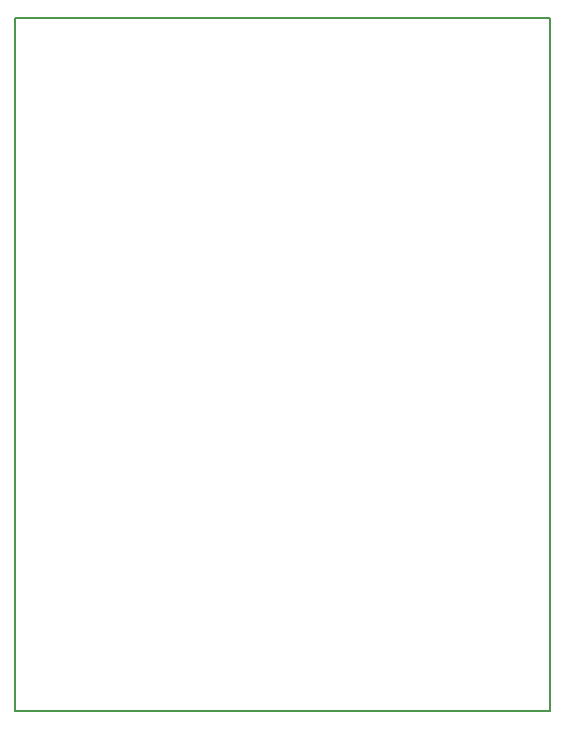
<source format=gbr>
%TF.GenerationSoftware,KiCad,Pcbnew,7.0.1*%
%TF.CreationDate,2023-08-08T21:16:00-04:00*%
%TF.ProjectId,syzygy-txr-to-std,73797a79-6779-42d7-9478-722d746f2d73,rev?*%
%TF.SameCoordinates,Original*%
%TF.FileFunction,Profile,NP*%
%FSLAX46Y46*%
G04 Gerber Fmt 4.6, Leading zero omitted, Abs format (unit mm)*
G04 Created by KiCad (PCBNEW 7.0.1) date 2023-08-08 21:16:00*
%MOMM*%
%LPD*%
G01*
G04 APERTURE LIST*
%TA.AperFunction,Profile*%
%ADD10C,0.200000*%
%TD*%
G04 APERTURE END LIST*
D10*
X132334000Y-62636400D02*
X177647600Y-62636400D01*
X177647600Y-121310400D01*
X132334000Y-121310400D01*
X132334000Y-62636400D01*
M02*

</source>
